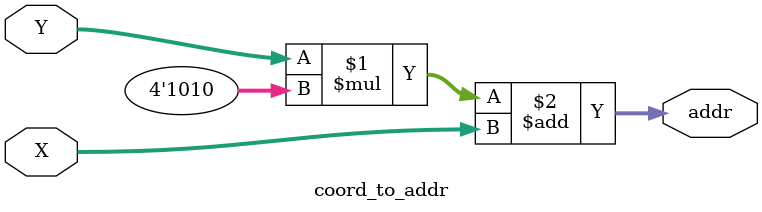
<source format=v>
module add_to_ram
    (
        input enable,
        input [4:0] x_anc,
        input [5:0] y_anc,
        input [2:0] block,
        input [1:0] rotation,
        input clk,
        output [7:0] ram_addr,
        output reg wren,
        output [5:0] data,
        output complete
    );
    
    reg [1:0] state; // the 3 states, setting up addr and data, enabling wren and disabling wren
    reg [1:0] curr_block; // Which block we're currently storing
    reg [4:0] curr_x;
    reg [5:0] curr_y; 
    
    coord_to_addr a(curr_x, curr_y, ram_addr);

    wire [7:0] x_offsets, y_offsets;
    lut l(block, rotation, x_offsets, y_offsets, data);

    always @(posedge clk) begin
        if (~enable) begin
            curr_block <= 2'b00;
            state <= 2'b00;
        end
        else begin
            case (state) 
                2'b00: begin
                    // We set address
                    case (curr_block)
                        2'b00: begin
                            curr_x <= x_anc + x_offsets[1:0];
                            curr_y <= y_anc + y_offsets[1:0];
                        end
                        2'b01: begin
                            curr_x <= x_anc + x_offsets[3:2];
                            curr_y <= y_anc + y_offsets[3:2];
                        end
                        2'b10: begin
                            curr_x <= x_anc + x_offsets[5:4];
                            curr_y <= y_anc + y_offsets[5:4];
                        end
                        2'b11: begin
                            curr_x <= x_anc + x_offsets[7:6];
                            curr_y <= y_anc + y_offsets[7:6];
                        end
                    endcase
                    curr_block <= curr_block + 2'b01;
                end
                2'b01: begin
                    wren <= 1'b1;
                    state <= 2'b10;
                end
                2'b10: begin
                    wren <= 1'b0;
                    state <= 2'b00;
                end
            endcase
        end
    end

    assign complete = block == 2'b11 && state == 2'b10; // We have looped through all 4 blocks and the 3 states
endmodule

module coord_to_addr
	(
		input [7:0] X,
		input [6:0] Y,
		output [7:0] addr
	);
	
	assign addr = Y * 4'd10 + X;
endmodule
</source>
